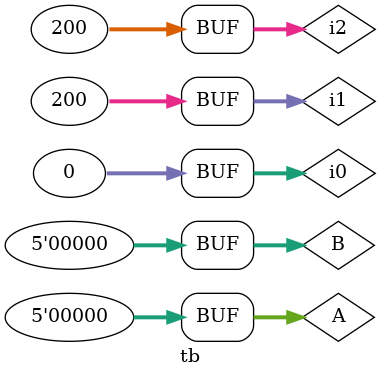
<source format=v>
`timescale 1 ns / 1 ps
module tb;
    reg [4:0] A = 5'b0;
    reg [4:0] B = 5'b0;
    wire [9:0] P;

    integer i0 = 0, i1 = 0, i2 = 0;

    GSR GSR_INST (.GSR(1'b1));
    PUR PUR_INST (.PUR(1'b1));

    mult_5u_5u u1 (.A(A), .B(B), .P(P)
    );

    initial
    begin
       A <= 0;
      for (i1 = 0; i1 < 200; i1 = i1 + 1) begin
        #10;
         A <= A + 1'b1;
      end
    end
    initial
    begin
       B <= 0;
      for (i2 = 0; i2 < 200; i2 = i2 + 1) begin
        #10;
         B <= B + 1'b1;
      end
    end
endmodule
</source>
